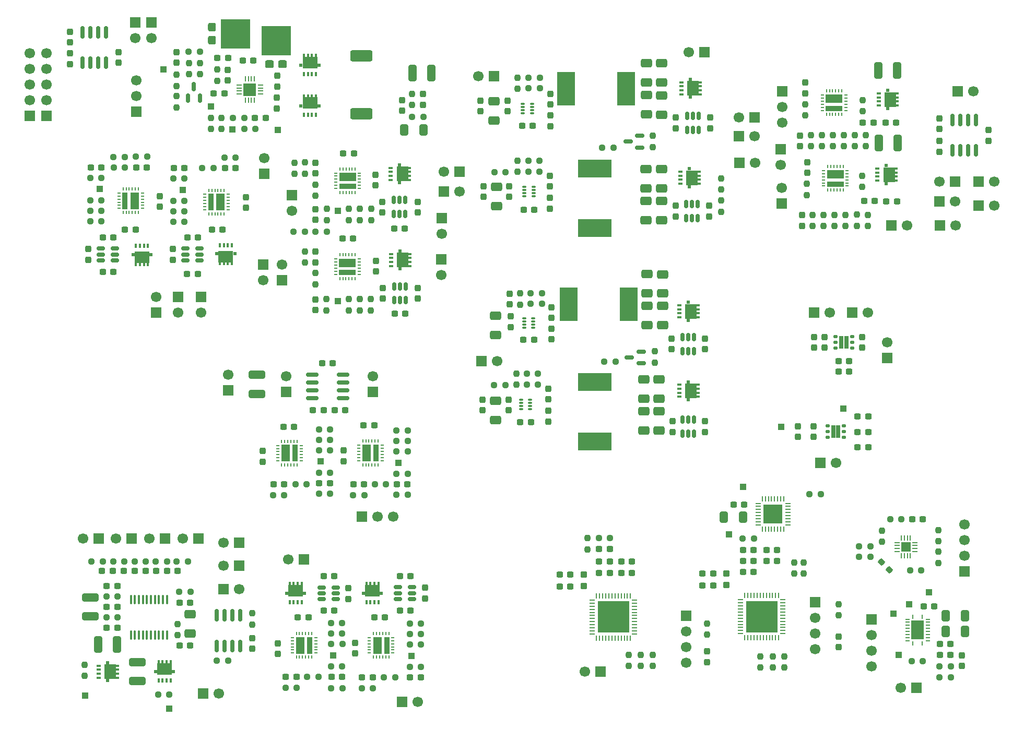
<source format=gts>
%TF.GenerationSoftware,KiCad,Pcbnew,9.0.4*%
%TF.CreationDate,2026-02-17T14:13:00+01:00*%
%TF.ProjectId,TEST_PCB,54455354-5f50-4434-922e-6b696361645f,rev?*%
%TF.SameCoordinates,Original*%
%TF.FileFunction,Soldermask,Top*%
%TF.FilePolarity,Negative*%
%FSLAX46Y46*%
G04 Gerber Fmt 4.6, Leading zero omitted, Abs format (unit mm)*
G04 Created by KiCad (PCBNEW 9.0.4) date 2026-02-17 14:13:00*
%MOMM*%
%LPD*%
G01*
G04 APERTURE LIST*
G04 Aperture macros list*
%AMRoundRect*
0 Rectangle with rounded corners*
0 $1 Rounding radius*
0 $2 $3 $4 $5 $6 $7 $8 $9 X,Y pos of 4 corners*
0 Add a 4 corners polygon primitive as box body*
4,1,4,$2,$3,$4,$5,$6,$7,$8,$9,$2,$3,0*
0 Add four circle primitives for the rounded corners*
1,1,$1+$1,$2,$3*
1,1,$1+$1,$4,$5*
1,1,$1+$1,$6,$7*
1,1,$1+$1,$8,$9*
0 Add four rect primitives between the rounded corners*
20,1,$1+$1,$2,$3,$4,$5,0*
20,1,$1+$1,$4,$5,$6,$7,0*
20,1,$1+$1,$6,$7,$8,$9,0*
20,1,$1+$1,$8,$9,$2,$3,0*%
G04 Aperture macros list end*
%ADD10RoundRect,0.237500X0.250000X0.237500X-0.250000X0.237500X-0.250000X-0.237500X0.250000X-0.237500X0*%
%ADD11C,1.700000*%
%ADD12R,1.700000X1.700000*%
%ADD13RoundRect,0.237500X-0.237500X0.250000X-0.237500X-0.250000X0.237500X-0.250000X0.237500X0.250000X0*%
%ADD14RoundRect,0.237500X0.237500X-0.250000X0.237500X0.250000X-0.237500X0.250000X-0.237500X-0.250000X0*%
%ADD15RoundRect,0.237500X-0.250000X-0.237500X0.250000X-0.237500X0.250000X0.237500X-0.250000X0.237500X0*%
%ADD16RoundRect,0.237500X0.344715X-0.008839X-0.008839X0.344715X-0.344715X0.008839X0.008839X-0.344715X0*%
%ADD17R,0.570000X0.550000*%
%ADD18R,0.500000X0.420000*%
%ADD19R,1.830000X2.370000*%
%ADD20R,0.660000X0.420000*%
%ADD21R,0.550000X0.570000*%
%ADD22R,0.420000X0.500000*%
%ADD23R,2.370000X1.830000*%
%ADD24R,0.420000X0.660000*%
%ADD25RoundRect,0.150000X0.587500X0.150000X-0.587500X0.150000X-0.587500X-0.150000X0.587500X-0.150000X0*%
%ADD26RoundRect,0.150000X0.150000X-0.587500X0.150000X0.587500X-0.150000X0.587500X-0.150000X-0.587500X0*%
%ADD27RoundRect,0.062500X-0.375000X-0.062500X0.375000X-0.062500X0.375000X0.062500X-0.375000X0.062500X0*%
%ADD28RoundRect,0.062500X-0.062500X-0.375000X0.062500X-0.375000X0.062500X0.375000X-0.062500X0.375000X0*%
%ADD29R,1.600000X1.600000*%
%ADD30R,5.150000X5.150000*%
%ADD31RoundRect,0.317500X0.317500X-0.382500X0.317500X0.382500X-0.317500X0.382500X-0.317500X-0.382500X0*%
%ADD32R,4.720000X4.800000*%
%ADD33R,1.000000X1.000000*%
%ADD34RoundRect,0.237500X0.300000X0.237500X-0.300000X0.237500X-0.300000X-0.237500X0.300000X-0.237500X0*%
%ADD35RoundRect,0.237500X-0.237500X0.300000X-0.237500X-0.300000X0.237500X-0.300000X0.237500X0.300000X0*%
%ADD36RoundRect,0.237500X-0.300000X-0.237500X0.300000X-0.237500X0.300000X0.237500X-0.300000X0.237500X0*%
%ADD37RoundRect,0.150000X0.150000X-0.512500X0.150000X0.512500X-0.150000X0.512500X-0.150000X-0.512500X0*%
%ADD38R,0.575000X0.240000*%
%ADD39R,0.240000X0.575000*%
%ADD40R,2.700000X1.450000*%
%ADD41R,2.700000X0.850000*%
%ADD42RoundRect,0.237500X0.237500X-0.300000X0.237500X0.300000X-0.237500X0.300000X-0.237500X-0.300000X0*%
%ADD43RoundRect,0.250000X-0.650000X0.412500X-0.650000X-0.412500X0.650000X-0.412500X0.650000X0.412500X0*%
%ADD44R,1.450000X2.700000*%
%ADD45R,0.850000X2.700000*%
%ADD46R,5.400000X2.900000*%
%ADD47RoundRect,0.150000X0.150000X-0.825000X0.150000X0.825000X-0.150000X0.825000X-0.150000X-0.825000X0*%
%ADD48RoundRect,0.150000X0.825000X0.150000X-0.825000X0.150000X-0.825000X-0.150000X0.825000X-0.150000X0*%
%ADD49RoundRect,0.150000X-0.512500X-0.150000X0.512500X-0.150000X0.512500X0.150000X-0.512500X0.150000X0*%
%ADD50RoundRect,0.250000X-0.412500X-0.650000X0.412500X-0.650000X0.412500X0.650000X-0.412500X0.650000X0*%
%ADD51RoundRect,0.250000X0.650000X-0.412500X0.650000X0.412500X-0.650000X0.412500X-0.650000X-0.412500X0*%
%ADD52RoundRect,0.150000X0.512500X0.150000X-0.512500X0.150000X-0.512500X-0.150000X0.512500X-0.150000X0*%
%ADD53RoundRect,0.050000X-0.285000X-0.100000X0.285000X-0.100000X0.285000X0.100000X-0.285000X0.100000X0*%
%ADD54RoundRect,0.250000X-0.400000X-1.075000X0.400000X-1.075000X0.400000X1.075000X-0.400000X1.075000X0*%
%ADD55RoundRect,0.250000X0.412500X0.650000X-0.412500X0.650000X-0.412500X-0.650000X0.412500X-0.650000X0*%
%ADD56R,2.900000X5.400000*%
%ADD57RoundRect,0.249999X1.530001X-0.640001X1.530001X0.640001X-1.530001X0.640001X-1.530001X-0.640001X0*%
%ADD58RoundRect,0.050000X0.070000X-0.250000X0.070000X0.250000X-0.070000X0.250000X-0.070000X-0.250000X0*%
%ADD59RoundRect,0.050000X-0.250000X-0.070000X0.250000X-0.070000X0.250000X0.070000X-0.250000X0.070000X0*%
%ADD60RoundRect,0.050000X-0.975000X-1.475000X0.975000X-1.475000X0.975000X1.475000X-0.975000X1.475000X0*%
%ADD61RoundRect,0.250000X0.300000X-0.275000X0.300000X0.275000X-0.300000X0.275000X-0.300000X-0.275000X0*%
%ADD62RoundRect,0.100000X0.100000X-0.637500X0.100000X0.637500X-0.100000X0.637500X-0.100000X-0.637500X0*%
%ADD63RoundRect,0.250000X-1.075000X0.400000X-1.075000X-0.400000X1.075000X-0.400000X1.075000X0.400000X0*%
%ADD64RoundRect,0.112500X-0.202500X-0.112500X0.202500X-0.112500X0.202500X0.112500X-0.202500X0.112500X0*%
%ADD65R,0.800000X1.050000*%
%ADD66R,4.800000X4.720000*%
%ADD67RoundRect,0.317500X0.382500X0.317500X-0.382500X0.317500X-0.382500X-0.317500X0.382500X-0.317500X0*%
%ADD68RoundRect,0.062500X0.062500X-0.350000X0.062500X0.350000X-0.062500X0.350000X-0.062500X-0.350000X0*%
%ADD69RoundRect,0.062500X0.350000X-0.062500X0.350000X0.062500X-0.350000X0.062500X-0.350000X-0.062500X0*%
%ADD70R,3.100000X3.100000*%
%ADD71RoundRect,0.062500X-0.365000X-0.062500X0.365000X-0.062500X0.365000X0.062500X-0.365000X0.062500X0*%
%ADD72RoundRect,0.062500X-0.062500X-0.365000X0.062500X-0.365000X0.062500X0.365000X-0.062500X0.365000X0*%
%ADD73R,2.140000X2.140000*%
%ADD74RoundRect,0.250000X0.400000X1.075000X-0.400000X1.075000X-0.400000X-1.075000X0.400000X-1.075000X0*%
G04 APERTURE END LIST*
D10*
%TO.C,R104*%
X95987500Y-74800000D03*
X97812500Y-74800000D03*
%TD*%
D11*
%TO.C,J119*%
X95700000Y-71365000D03*
D12*
X95700000Y-68825000D03*
%TD*%
D13*
%TO.C,R103*%
X96100000Y-65412500D03*
X96100000Y-63587500D03*
%TD*%
D12*
%TO.C,J118*%
X192200000Y-95300000D03*
D11*
X192200000Y-92760000D03*
%TD*%
D14*
%TO.C,R406*%
X200550000Y-128512500D03*
X200550000Y-126687500D03*
%TD*%
%TO.C,R405*%
X200550000Y-125012500D03*
X200550000Y-123187500D03*
%TD*%
D15*
%TO.C,R404*%
X195937500Y-129750000D03*
X197762500Y-129750000D03*
%TD*%
%TO.C,R402*%
X192737500Y-121450000D03*
X194562500Y-121450000D03*
%TD*%
D16*
%TO.C,R401*%
X192595235Y-129645235D03*
X191304765Y-128354765D03*
%TD*%
D15*
%TO.C,JP402*%
X187687500Y-127500000D03*
X189512500Y-127500000D03*
%TD*%
%TO.C,JP401*%
X187687500Y-125850000D03*
X189512500Y-125850000D03*
%TD*%
D14*
%TO.C,R403*%
X191350000Y-123287500D03*
X191350000Y-125112500D03*
%TD*%
D17*
%TO.C,Q1203*%
X160133503Y-64563000D03*
D18*
X161733503Y-65046000D03*
X161733503Y-65696000D03*
D19*
X160583503Y-66021000D03*
D18*
X161733503Y-66346000D03*
X161733503Y-66996000D03*
D17*
X160133503Y-67479000D03*
D20*
X158698503Y-66996000D03*
X158698503Y-65046000D03*
X158698503Y-65696000D03*
X158698503Y-66346000D03*
%TD*%
D17*
%TO.C,Q901*%
X65837500Y-144717001D03*
D18*
X67437500Y-145200001D03*
X67437500Y-145850001D03*
D19*
X66287500Y-146175001D03*
D18*
X67437500Y-146500001D03*
X67437500Y-147150001D03*
D17*
X65837500Y-147633001D03*
D20*
X64402500Y-147150001D03*
X64402500Y-145200001D03*
X64402500Y-145850001D03*
X64402500Y-146500001D03*
%TD*%
D21*
%TO.C,Q902*%
X73604499Y-146150001D03*
D22*
X74087499Y-144550001D03*
X74737499Y-144550001D03*
D23*
X75062499Y-145700001D03*
D22*
X75387499Y-144550001D03*
X76037499Y-144550001D03*
D21*
X76520499Y-146150001D03*
D24*
X76037499Y-147585001D03*
X74087499Y-147585001D03*
X74737499Y-147585001D03*
X75387499Y-147585001D03*
%TD*%
D21*
%TO.C,Q202*%
X97192000Y-47788000D03*
D22*
X97675000Y-46188000D03*
X98325000Y-46188000D03*
D23*
X98650000Y-47338000D03*
D22*
X98975000Y-46188000D03*
X99625000Y-46188000D03*
D21*
X100108000Y-47788000D03*
D24*
X99625000Y-49223000D03*
X97675000Y-49223000D03*
X98325000Y-49223000D03*
X98975000Y-49223000D03*
%TD*%
D21*
%TO.C,Q1701*%
X86463501Y-78375000D03*
D22*
X85980501Y-79975000D03*
X85330501Y-79975000D03*
D23*
X85005501Y-78825000D03*
D22*
X84680501Y-79975000D03*
X84030501Y-79975000D03*
D21*
X83547501Y-78375000D03*
D24*
X84030501Y-76940000D03*
X85980501Y-76940000D03*
X85330501Y-76940000D03*
X84680501Y-76940000D03*
%TD*%
D17*
%TO.C,Q302*%
X159968750Y-86242000D03*
D18*
X161568750Y-86725000D03*
X161568750Y-87375000D03*
D19*
X160418750Y-87700000D03*
D18*
X161568750Y-88025000D03*
X161568750Y-88675000D03*
D17*
X159968750Y-89158000D03*
D20*
X158533750Y-88675000D03*
X158533750Y-86725000D03*
X158533750Y-87375000D03*
X158533750Y-88025000D03*
%TD*%
D17*
%TO.C,Q1501*%
X192284752Y-51863000D03*
D18*
X193884752Y-52346000D03*
X193884752Y-52996000D03*
D19*
X192734752Y-53321000D03*
D18*
X193884752Y-53646000D03*
X193884752Y-54296000D03*
D17*
X192284752Y-54779000D03*
D20*
X190849752Y-54296000D03*
X190849752Y-52346000D03*
X190849752Y-52996000D03*
X190849752Y-53646000D03*
%TD*%
D17*
%TO.C,Q1502*%
X192100000Y-64063000D03*
D18*
X193700000Y-64546000D03*
X193700000Y-65196000D03*
D19*
X192550000Y-65521000D03*
D18*
X193700000Y-65846000D03*
X193700000Y-66496000D03*
D17*
X192100000Y-66979000D03*
D20*
X190665000Y-66496000D03*
X190665000Y-64546000D03*
X190665000Y-65196000D03*
X190665000Y-65846000D03*
%TD*%
D21*
%TO.C,Q601*%
X94871500Y-133488001D03*
D22*
X95354500Y-131888001D03*
X96004500Y-131888001D03*
D23*
X96329500Y-133038001D03*
D22*
X96654500Y-131888001D03*
X97304500Y-131888001D03*
D21*
X97787500Y-133488001D03*
D24*
X97304500Y-134923001D03*
X95354500Y-134923001D03*
X96004500Y-134923001D03*
X96654500Y-134923001D03*
%TD*%
D17*
%TO.C,Q1202*%
X160284752Y-50055000D03*
D18*
X161884752Y-50538000D03*
X161884752Y-51188000D03*
D19*
X160734752Y-51513000D03*
D18*
X161884752Y-51838000D03*
X161884752Y-52488000D03*
D17*
X160284752Y-52971000D03*
D20*
X158849752Y-52488000D03*
X158849752Y-50538000D03*
X158849752Y-51188000D03*
X158849752Y-51838000D03*
%TD*%
D21*
%TO.C,Q203*%
X97192000Y-54350000D03*
D22*
X97675000Y-52750000D03*
X98325000Y-52750000D03*
D23*
X98650000Y-53900000D03*
D22*
X98975000Y-52750000D03*
X99625000Y-52750000D03*
D21*
X100108000Y-54350000D03*
D24*
X99625000Y-55785000D03*
X97675000Y-55785000D03*
X98325000Y-55785000D03*
X98975000Y-55785000D03*
%TD*%
D21*
%TO.C,Q1702*%
X72863501Y-78475000D03*
D22*
X72380501Y-80075000D03*
X71730501Y-80075000D03*
D23*
X71405501Y-78925000D03*
D22*
X71080501Y-80075000D03*
X70430501Y-80075000D03*
D21*
X69947501Y-78475000D03*
D24*
X70430501Y-77040000D03*
X72380501Y-77040000D03*
X71730501Y-77040000D03*
X71080501Y-77040000D03*
%TD*%
D17*
%TO.C,Q1101*%
X113180501Y-63935499D03*
D18*
X114780501Y-64418499D03*
X114780501Y-65068499D03*
D19*
X113630501Y-65393499D03*
D18*
X114780501Y-65718499D03*
X114780501Y-66368499D03*
D17*
X113180501Y-66851499D03*
D20*
X111745501Y-66368499D03*
X111745501Y-64418499D03*
X111745501Y-65068499D03*
X111745501Y-65718499D03*
%TD*%
D21*
%TO.C,Q602*%
X107321500Y-133475001D03*
D22*
X107804500Y-131875001D03*
X108454500Y-131875001D03*
D23*
X108779500Y-133025001D03*
D22*
X109104500Y-131875001D03*
X109754500Y-131875001D03*
D21*
X110237500Y-133475001D03*
D24*
X109754500Y-134910001D03*
X107804500Y-134910001D03*
X108454500Y-134910001D03*
X109104500Y-134910001D03*
%TD*%
D17*
%TO.C,Q303*%
X159968750Y-99142000D03*
D18*
X161568750Y-99625000D03*
X161568750Y-100275000D03*
D19*
X160418750Y-100600000D03*
D18*
X161568750Y-100925000D03*
X161568750Y-101575000D03*
D17*
X159968750Y-102058000D03*
D20*
X158533750Y-101575000D03*
X158533750Y-99625000D03*
X158533750Y-100275000D03*
X158533750Y-100925000D03*
%TD*%
D17*
%TO.C,Q1102*%
X113248001Y-77915499D03*
D18*
X114848001Y-78398499D03*
X114848001Y-79048499D03*
D19*
X113698001Y-79373499D03*
D18*
X114848001Y-79698499D03*
X114848001Y-80348499D03*
D17*
X113248001Y-80831499D03*
D20*
X111813001Y-80348499D03*
X111813001Y-78398499D03*
X111813001Y-79048499D03*
X111813001Y-79698499D03*
%TD*%
D25*
%TO.C,Q301*%
X152325001Y-96150000D03*
X152325001Y-94250000D03*
X150450000Y-95200000D03*
%TD*%
%TO.C,Q1201*%
X152137500Y-61112500D03*
X152137500Y-59212500D03*
X150262499Y-60162500D03*
%TD*%
D26*
%TO.C,Q201*%
X78887500Y-53087500D03*
X80787500Y-53087500D03*
X79837500Y-51212499D03*
%TD*%
D27*
%TO.C,U401*%
X193812500Y-125200000D03*
X193812500Y-125700000D03*
X193812500Y-126200000D03*
X193812500Y-126700000D03*
D28*
X194500000Y-127387500D03*
X195000000Y-127387500D03*
X195500000Y-127387500D03*
X196000000Y-127387500D03*
D27*
X196687500Y-126700000D03*
X196687500Y-126200000D03*
X196687500Y-125700000D03*
X196687500Y-125200000D03*
D28*
X196000000Y-124512500D03*
X195500000Y-124512500D03*
X195000000Y-124512500D03*
X194500000Y-124512500D03*
D29*
X195250000Y-125950000D03*
%TD*%
D27*
%TO.C,U1304*%
X168462500Y-134500000D03*
X168462500Y-135000000D03*
X168462500Y-135500000D03*
X168462500Y-136000000D03*
X168462500Y-136500000D03*
X168462500Y-137000000D03*
X168462500Y-137500000D03*
X168462500Y-138000000D03*
X168462500Y-138500000D03*
X168462500Y-139000000D03*
X168462500Y-139500000D03*
X168462500Y-140000000D03*
D28*
X169150000Y-140687500D03*
X169650000Y-140687500D03*
X170150000Y-140687500D03*
X170650000Y-140687500D03*
X171150000Y-140687500D03*
X171650000Y-140687500D03*
X172150000Y-140687500D03*
X172650000Y-140687500D03*
X173150000Y-140687500D03*
X173650000Y-140687500D03*
X174150000Y-140687500D03*
X174650000Y-140687500D03*
D27*
X175337500Y-140000000D03*
X175337500Y-139500000D03*
X175337500Y-139000000D03*
X175337500Y-138500000D03*
X175337500Y-138000000D03*
X175337500Y-137500000D03*
X175337500Y-137000000D03*
X175337500Y-136500000D03*
X175337500Y-136000000D03*
X175337500Y-135500000D03*
X175337500Y-135000000D03*
X175337500Y-134500000D03*
D28*
X174650000Y-133812500D03*
X174150000Y-133812500D03*
X173650000Y-133812500D03*
X173150000Y-133812500D03*
X172650000Y-133812500D03*
X172150000Y-133812500D03*
X171650000Y-133812500D03*
X171150000Y-133812500D03*
X170650000Y-133812500D03*
X170150000Y-133812500D03*
X169650000Y-133812500D03*
X169150000Y-133812500D03*
D30*
X171900000Y-137250000D03*
%TD*%
D27*
%TO.C,U1305*%
X144425000Y-134550000D03*
X144425000Y-135050000D03*
X144425000Y-135550000D03*
X144425000Y-136050000D03*
X144425000Y-136550000D03*
X144425000Y-137050000D03*
X144425000Y-137550000D03*
X144425000Y-138050000D03*
X144425000Y-138550000D03*
X144425000Y-139050000D03*
X144425000Y-139550000D03*
X144425000Y-140050000D03*
D28*
X145112500Y-140737500D03*
X145612500Y-140737500D03*
X146112500Y-140737500D03*
X146612500Y-140737500D03*
X147112500Y-140737500D03*
X147612500Y-140737500D03*
X148112500Y-140737500D03*
X148612500Y-140737500D03*
X149112500Y-140737500D03*
X149612500Y-140737500D03*
X150112500Y-140737500D03*
X150612500Y-140737500D03*
D27*
X151300000Y-140050000D03*
X151300000Y-139550000D03*
X151300000Y-139050000D03*
X151300000Y-138550000D03*
X151300000Y-138050000D03*
X151300000Y-137550000D03*
X151300000Y-137050000D03*
X151300000Y-136550000D03*
X151300000Y-136050000D03*
X151300000Y-135550000D03*
X151300000Y-135050000D03*
X151300000Y-134550000D03*
D28*
X150612500Y-133862500D03*
X150112500Y-133862500D03*
X149612500Y-133862500D03*
X149112500Y-133862500D03*
X148612500Y-133862500D03*
X148112500Y-133862500D03*
X147612500Y-133862500D03*
X147112500Y-133862500D03*
X146612500Y-133862500D03*
X146112500Y-133862500D03*
X145612500Y-133862500D03*
X145112500Y-133862500D03*
D30*
X147862500Y-137300000D03*
%TD*%
D31*
%TO.C,D201*%
X82735000Y-41610000D03*
X82735000Y-43690000D03*
D32*
X86540000Y-42650000D03*
%TD*%
D33*
%TO.C,TP2002*%
X102387500Y-143488001D03*
%TD*%
%TO.C,TP1303*%
X166550000Y-123850000D03*
%TD*%
D12*
%TO.C,J132*%
X204775000Y-129875002D03*
D11*
X204775000Y-127335002D03*
X204775000Y-124795003D03*
X204775000Y-122255002D03*
%TD*%
D34*
%TO.C,C701*%
X104362501Y-103700251D03*
X102637499Y-103700251D03*
%TD*%
D35*
%TO.C,C1403*%
X200684752Y-56391000D03*
X200684752Y-58116002D03*
%TD*%
D36*
%TO.C,C1903*%
X100137499Y-115562501D03*
X101862501Y-115562501D03*
%TD*%
D12*
%TO.C,J124*%
X119918501Y-79305500D03*
D11*
X119918501Y-81845500D03*
%TD*%
D33*
%TO.C,TP2001*%
X103150000Y-71400000D03*
%TD*%
D12*
%TO.C,J112*%
X81000000Y-85350000D03*
D11*
X81000000Y-87890000D03*
%TD*%
D15*
%TO.C,R213*%
X115187500Y-56112498D03*
X117012500Y-56112498D03*
%TD*%
D37*
%TO.C,U1102*%
X112298003Y-85910999D03*
X113248002Y-85910999D03*
X114198001Y-85910999D03*
X114198001Y-83635999D03*
X113248002Y-83635999D03*
X112298003Y-83635999D03*
%TD*%
D34*
%TO.C,C1703*%
X80468003Y-75675000D03*
X78743001Y-75675000D03*
%TD*%
D12*
%TO.C,BT903*%
X69750000Y-124575000D03*
D11*
X67210000Y-124575000D03*
%TD*%
D12*
%TO.C,J105*%
X113550000Y-151050000D03*
D11*
X116090000Y-151050000D03*
%TD*%
D12*
%TO.C,J135*%
X200750000Y-73725000D03*
D11*
X203290000Y-73725000D03*
%TD*%
D38*
%TO.C,IC1502*%
X181921752Y-64871000D03*
X181921752Y-65371000D03*
X181921752Y-65871000D03*
X181921752Y-66371000D03*
X181921752Y-66871000D03*
X181921752Y-67371000D03*
D39*
X182584752Y-68034000D03*
X183084752Y-68034000D03*
X183584752Y-68034000D03*
X184084752Y-68034000D03*
X184584752Y-68034000D03*
X185084752Y-68034000D03*
D38*
X185747752Y-67371000D03*
X185747752Y-66871000D03*
X185747752Y-66371000D03*
X185747752Y-65871000D03*
X185747752Y-65371000D03*
X185747752Y-64871000D03*
D39*
X185084752Y-64208000D03*
X184584752Y-64208000D03*
X184084752Y-64208000D03*
X183584752Y-64208000D03*
X183084752Y-64208000D03*
X182584752Y-64208000D03*
D40*
X183834752Y-65496000D03*
D41*
X183834752Y-67046000D03*
%TD*%
D14*
%TO.C,R1504*%
X179234752Y-68833500D03*
X179234752Y-67008500D03*
%TD*%
D15*
%TO.C,R2013*%
X98187500Y-146988001D03*
X100012500Y-146988001D03*
%TD*%
%TO.C,R2015*%
X102062500Y-139988001D03*
X103887500Y-139988001D03*
%TD*%
D34*
%TO.C,C1805*%
X84468002Y-74475000D03*
X82743000Y-74475000D03*
%TD*%
D12*
%TO.C,J137*%
X203284752Y-66671000D03*
D11*
X200744752Y-66671000D03*
%TD*%
D14*
%TO.C,R1506*%
X189084752Y-73858500D03*
X189084752Y-72033500D03*
%TD*%
D33*
%TO.C,TP1302*%
X168880000Y-116180000D03*
%TD*%
D35*
%TO.C,C1205*%
X126250000Y-53537499D03*
X126250000Y-55262501D03*
%TD*%
D42*
%TO.C,C1602*%
X67647500Y-47350000D03*
X67647500Y-45624998D03*
%TD*%
D34*
%TO.C,C311*%
X134981251Y-92300000D03*
X133256249Y-92300000D03*
%TD*%
D36*
%TO.C,C2009*%
X94737499Y-146988001D03*
X96462501Y-146988001D03*
%TD*%
D12*
%TO.C,J122*%
X119975000Y-72600000D03*
D11*
X119975000Y-75140000D03*
%TD*%
D14*
%TO.C,R_TX_1301*%
X171700000Y-145512500D03*
X171700000Y-143687500D03*
%TD*%
D12*
%TO.C,J125*%
X122925000Y-65050000D03*
D11*
X120385000Y-65050000D03*
%TD*%
D43*
%TO.C,C304*%
X128700000Y-102187500D03*
X128700000Y-105312500D03*
%TD*%
D12*
%TO.C,J131*%
X189725000Y-137720001D03*
D11*
X189725000Y-140260001D03*
X189725000Y-142800000D03*
X189725000Y-145340001D03*
%TD*%
D36*
%TO.C,C1316*%
X172675000Y-126400000D03*
X174400000Y-126400000D03*
%TD*%
D34*
%TO.C,C1705*%
X66768002Y-75675000D03*
X65043000Y-75675000D03*
%TD*%
D12*
%TO.C,J1302*%
X180562500Y-134900000D03*
D11*
X180562500Y-137440000D03*
X180562500Y-139980000D03*
X180562500Y-142520000D03*
%TD*%
D34*
%TO.C,C312*%
X134481251Y-105700000D03*
X132756249Y-105700000D03*
%TD*%
D14*
%TO.C,R1305*%
X178732752Y-130245768D03*
X178732752Y-128420768D03*
%TD*%
D34*
%TO.C,C1102*%
X114110502Y-88073499D03*
X112385500Y-88073499D03*
%TD*%
D38*
%TO.C,IC1501*%
X181721752Y-52596000D03*
X181721752Y-53096000D03*
X181721752Y-53596000D03*
X181721752Y-54096000D03*
X181721752Y-54596000D03*
X181721752Y-55096000D03*
D39*
X182384752Y-55759000D03*
X182884752Y-55759000D03*
X183384752Y-55759000D03*
X183884752Y-55759000D03*
X184384752Y-55759000D03*
X184884752Y-55759000D03*
D38*
X185547752Y-55096000D03*
X185547752Y-54596000D03*
X185547752Y-54096000D03*
X185547752Y-53596000D03*
X185547752Y-53096000D03*
X185547752Y-52596000D03*
D39*
X184884752Y-51933000D03*
X184384752Y-51933000D03*
X183884752Y-51933000D03*
X183384752Y-51933000D03*
X182884752Y-51933000D03*
X182384752Y-51933000D03*
D40*
X183634752Y-53221000D03*
D41*
X183634752Y-54771000D03*
%TD*%
D15*
%TO.C,R1909*%
X100087500Y-106862501D03*
X101912500Y-106862501D03*
%TD*%
D34*
%TO.C,C1806*%
X70368002Y-74475000D03*
X68643000Y-74475000D03*
%TD*%
D39*
%TO.C,IC2004*%
X108937500Y-143801001D03*
X109437500Y-143801001D03*
X109937500Y-143801001D03*
X110437500Y-143801001D03*
X110937500Y-143801001D03*
X111437500Y-143801001D03*
D38*
X112099500Y-143138001D03*
X112099500Y-142638001D03*
X112099500Y-142138001D03*
X112099500Y-141638001D03*
X112099500Y-141138001D03*
X112099500Y-140638001D03*
D39*
X111437500Y-139975001D03*
X110937500Y-139975001D03*
X110437500Y-139975001D03*
X109937500Y-139975001D03*
X109437500Y-139975001D03*
X108937500Y-139975001D03*
D38*
X108275500Y-140638001D03*
X108275500Y-141138001D03*
X108275500Y-141638001D03*
X108275500Y-142138001D03*
X108275500Y-142638001D03*
X108275500Y-143138001D03*
D44*
X109562500Y-141888001D03*
D45*
X111112500Y-141888001D03*
%TD*%
D35*
%TO.C,C306*%
X126600000Y-102037499D03*
X126600000Y-103762501D03*
%TD*%
D33*
%TO.C,TP1902*%
X103130501Y-86056000D03*
%TD*%
D46*
%TO.C,L1101*%
X144850000Y-74200000D03*
X144850000Y-64500000D03*
%TD*%
D15*
%TO.C,R1908*%
X112687500Y-114062501D03*
X114512500Y-114062501D03*
%TD*%
%TO.C,R902*%
X77025000Y-128250001D03*
X78850000Y-128250001D03*
%TD*%
D35*
%TO.C,C1221*%
X157934752Y-56250499D03*
X157934752Y-57975501D03*
%TD*%
D42*
%TO.C,C1401*%
X200684752Y-61816001D03*
X200684752Y-60090999D03*
%TD*%
D15*
%TO.C,R2022*%
X114825000Y-138375001D03*
X116650000Y-138375001D03*
%TD*%
D47*
%TO.C,U1601*%
X61777501Y-47387499D03*
X63047501Y-47387499D03*
X64317501Y-47387499D03*
X65587501Y-47387499D03*
X65587501Y-42437499D03*
X64317501Y-42437499D03*
X63047501Y-42437499D03*
X61777501Y-42437499D03*
%TD*%
D43*
%TO.C,C1218*%
X155700000Y-69787500D03*
X155700000Y-72912500D03*
%TD*%
D10*
%TO.C,R1808*%
X64855500Y-66075000D03*
X63030500Y-66075000D03*
%TD*%
%TO.C,R501*%
X85347500Y-144382501D03*
X83522500Y-144382501D03*
%TD*%
D36*
%TO.C,C607*%
X113216999Y-130625001D03*
X114942001Y-130625001D03*
%TD*%
D35*
%TO.C,C206*%
X93350000Y-49487499D03*
X93350000Y-51212501D03*
%TD*%
D33*
%TO.C,TP1301*%
X175052500Y-106432500D03*
%TD*%
D15*
%TO.C,R1907*%
X100087500Y-113862501D03*
X101912500Y-113862501D03*
%TD*%
D13*
%TO.C,R304*%
X132718750Y-84787500D03*
X132718750Y-86612500D03*
%TD*%
D48*
%TO.C,U701*%
X103975000Y-101805251D03*
X103975000Y-100535251D03*
X103975000Y-99265251D03*
X103975000Y-97995251D03*
X99025000Y-97995251D03*
X99025000Y-99265251D03*
X99025000Y-100535251D03*
X99025000Y-101805251D03*
%TD*%
D14*
%TO.C,R209*%
X84300000Y-58124998D03*
X84300000Y-56299998D03*
%TD*%
D36*
%TO.C,C1227*%
X162287500Y-130200000D03*
X164012500Y-130200000D03*
%TD*%
D33*
%TO.C,TP1802*%
X113000000Y-112262501D03*
%TD*%
D42*
%TO.C,C1501*%
X178934752Y-52321000D03*
X178934752Y-50595998D03*
%TD*%
D37*
%TO.C,U1204*%
X159600001Y-72587500D03*
X160550000Y-72587500D03*
X161499999Y-72587500D03*
X161499999Y-70312500D03*
X160550000Y-70312500D03*
X159600001Y-70312500D03*
%TD*%
D34*
%TO.C,C1804*%
X64805501Y-64375000D03*
X63080499Y-64375000D03*
%TD*%
D49*
%TO.C,U1702*%
X64768001Y-77525001D03*
X64768001Y-78475000D03*
X64768001Y-79424999D03*
X67043001Y-79424999D03*
X67043001Y-78475000D03*
X67043001Y-77525001D03*
%TD*%
D13*
%TO.C,R1510*%
X183703679Y-72046000D03*
X183703679Y-73871000D03*
%TD*%
D49*
%TO.C,U1701*%
X78468002Y-77525001D03*
X78468002Y-78475000D03*
X78468002Y-79424999D03*
X80743002Y-79424999D03*
X80743002Y-78475000D03*
X80743002Y-77525001D03*
%TD*%
D36*
%TO.C,C1904*%
X112737499Y-115762501D03*
X114462501Y-115762501D03*
%TD*%
D12*
%TO.C,J140*%
X145750000Y-146125000D03*
D11*
X143210000Y-146125000D03*
%TD*%
D50*
%TO.C,C1304*%
X165775000Y-121100000D03*
X168900000Y-121100000D03*
%TD*%
D51*
%TO.C,C314*%
X152750000Y-101862500D03*
X152750000Y-98737500D03*
%TD*%
D34*
%TO.C,C1313*%
X170562501Y-130000000D03*
X168837499Y-130000000D03*
%TD*%
D14*
%TO.C,R2011*%
X97830501Y-65362500D03*
X97830501Y-63537500D03*
%TD*%
D51*
%TO.C,C316*%
X155250000Y-101862500D03*
X155250000Y-98737500D03*
%TD*%
D13*
%TO.C,R202*%
X77000000Y-52799998D03*
X77000000Y-54624998D03*
%TD*%
D36*
%TO.C,C2012*%
X114874999Y-147075001D03*
X116600001Y-147075001D03*
%TD*%
D35*
%TO.C,C210*%
X113600000Y-53449997D03*
X113600000Y-55174999D03*
%TD*%
D34*
%TO.C,C1315*%
X147262501Y-130150000D03*
X145537499Y-130150000D03*
%TD*%
D52*
%TO.C,U601*%
X102848000Y-134422999D03*
X102848000Y-133473000D03*
X102848000Y-132523001D03*
X100573000Y-132523001D03*
X100573000Y-133473000D03*
X100573000Y-134422999D03*
%TD*%
D12*
%TO.C,J901*%
X84650000Y-132750000D03*
D11*
X87190000Y-132750000D03*
%TD*%
D42*
%TO.C,C1502*%
X179249752Y-65208501D03*
X179249752Y-63483499D03*
%TD*%
D36*
%TO.C,C1902*%
X105687499Y-115750000D03*
X107412501Y-115750000D03*
%TD*%
D33*
%TO.C,TP204*%
X93400000Y-58300000D03*
%TD*%
D53*
%TO.C,U1202*%
X133421250Y-67512502D03*
X133421250Y-68012502D03*
X133421250Y-68512502D03*
X133421250Y-69012502D03*
X134901250Y-69012502D03*
X134901250Y-68512502D03*
X134901250Y-68012502D03*
X134901250Y-67512502D03*
%TD*%
D12*
%TO.C,J1301*%
X181400000Y-112300000D03*
D11*
X183940000Y-112300000D03*
%TD*%
D42*
%TO.C,C1701*%
X76405500Y-79337501D03*
X76405500Y-77612499D03*
%TD*%
D10*
%TO.C,R1320*%
X202527500Y-147069455D03*
X200702500Y-147069455D03*
%TD*%
D36*
%TO.C,C1906*%
X107337500Y-106162501D03*
X109062502Y-106162501D03*
%TD*%
D42*
%TO.C,C308*%
X137250000Y-102000000D03*
X137250000Y-100274998D03*
%TD*%
%TO.C,C1702*%
X62705501Y-79337501D03*
X62705501Y-77612499D03*
%TD*%
D15*
%TO.C,R904*%
X70225000Y-128250001D03*
X72050000Y-128250001D03*
%TD*%
D12*
%TO.C,J114*%
X72977500Y-40800000D03*
D11*
X72977500Y-43340000D03*
%TD*%
D13*
%TO.C,R1204*%
X132301249Y-49775000D03*
X132301249Y-51600000D03*
%TD*%
D42*
%TO.C,C204*%
X85300000Y-50262501D03*
X85300000Y-48537499D03*
%TD*%
D15*
%TO.C,R1901*%
X96287500Y-115762501D03*
X98112500Y-115762501D03*
%TD*%
D10*
%TO.C,R1804*%
X64855500Y-71375000D03*
X63030500Y-71375000D03*
%TD*%
D15*
%TO.C,R1906*%
X112687500Y-110462501D03*
X114512500Y-110462501D03*
%TD*%
D53*
%TO.C,U1201*%
X133161249Y-54050000D03*
X133161249Y-54550000D03*
X133161249Y-55050000D03*
X133161249Y-55550000D03*
X134641249Y-55550000D03*
X134641249Y-55050000D03*
X134641249Y-54550000D03*
X134641249Y-54050000D03*
%TD*%
D54*
%TO.C,R914*%
X64287499Y-141750001D03*
X67387501Y-141750001D03*
%TD*%
D55*
%TO.C,C1324*%
X204870917Y-139603128D03*
X201745917Y-139603128D03*
%TD*%
D51*
%TO.C,C1216*%
X155700000Y-67712500D03*
X155700000Y-64587500D03*
%TD*%
D15*
%TO.C,R2019*%
X102062500Y-145288002D03*
X103887500Y-145288002D03*
%TD*%
D47*
%TO.C,U1401*%
X202829752Y-61596000D03*
X204099752Y-61596000D03*
X205369752Y-61596000D03*
X206639752Y-61596000D03*
X206639752Y-56646000D03*
X205369752Y-56646000D03*
X204099752Y-56646000D03*
X202829752Y-56646000D03*
%TD*%
D36*
%TO.C,C603*%
X100866999Y-136288001D03*
X102592001Y-136288001D03*
%TD*%
%TO.C,C1307*%
X187439999Y-104762500D03*
X189165001Y-104762500D03*
%TD*%
D42*
%TO.C,C1402*%
X208684752Y-60016001D03*
X208684752Y-58290999D03*
%TD*%
D56*
%TO.C,L1201*%
X140200000Y-51550000D03*
X149900000Y-51550000D03*
%TD*%
D34*
%TO.C,C1326*%
X202477501Y-143469455D03*
X200752499Y-143469455D03*
%TD*%
D35*
%TO.C,C2003*%
X99550000Y-71137499D03*
X99550000Y-72862501D03*
%TD*%
D34*
%TO.C,C901*%
X77200001Y-129850001D03*
X75474999Y-129850001D03*
%TD*%
D35*
%TO.C,C301*%
X131218750Y-88537499D03*
X131218750Y-90262501D03*
%TD*%
D12*
%TO.C,J120*%
X107050000Y-121050000D03*
D11*
X109590000Y-121050000D03*
X112129999Y-121050000D03*
%TD*%
D43*
%TO.C,C315*%
X153300000Y-86837500D03*
X153300000Y-89962500D03*
%TD*%
D10*
%TO.C,R1101*%
X101362500Y-74800000D03*
X99537500Y-74800000D03*
%TD*%
D13*
%TO.C,R_MISO_1301*%
X154200000Y-143437500D03*
X154200000Y-145262500D03*
%TD*%
D12*
%TO.C,J111*%
X87150000Y-129000000D03*
D11*
X84610000Y-129000000D03*
%TD*%
D34*
%TO.C,C911*%
X67400001Y-135650001D03*
X65674999Y-135650001D03*
%TD*%
D14*
%TO.C,R1313*%
X175600000Y-145512500D03*
X175600000Y-143687500D03*
%TD*%
D10*
%TO.C,R601*%
X103900000Y-148888001D03*
X102075000Y-148888001D03*
%TD*%
D39*
%TO.C,IC1802*%
X70838000Y-67837000D03*
X70338000Y-67837000D03*
X69838000Y-67837000D03*
X69338000Y-67837000D03*
X68838000Y-67837000D03*
X68338000Y-67837000D03*
D38*
X67676000Y-68500000D03*
X67676000Y-69000000D03*
X67676000Y-69500000D03*
X67676000Y-70000000D03*
X67676000Y-70500000D03*
X67676000Y-71000000D03*
D39*
X68338000Y-71663000D03*
X68838000Y-71663000D03*
X69338000Y-71663000D03*
X69838000Y-71663000D03*
X70338000Y-71663000D03*
X70838000Y-71663000D03*
D38*
X71500000Y-71000000D03*
X71500000Y-70500000D03*
X71500000Y-70000000D03*
X71500000Y-69500000D03*
X71500000Y-69000000D03*
X71500000Y-68500000D03*
D44*
X70213000Y-69750000D03*
D45*
X68663000Y-69750000D03*
%TD*%
D57*
%TO.C,L201*%
X107012500Y-55650000D03*
X107012500Y-46250000D03*
%TD*%
D12*
%TO.C,J148*%
X200725000Y-69850000D03*
D11*
X203265000Y-69850000D03*
%TD*%
D34*
%TO.C,C702*%
X102362501Y-96100251D03*
X100637499Y-96100251D03*
%TD*%
D15*
%TO.C,R1317*%
X168787500Y-124600000D03*
X170612500Y-124600000D03*
%TD*%
%TO.C,R903*%
X73625000Y-128250001D03*
X75450000Y-128250001D03*
%TD*%
D35*
%TO.C,C1504*%
X178400000Y-72083499D03*
X178400000Y-73808501D03*
%TD*%
D13*
%TO.C,R2001*%
X99530501Y-67143500D03*
X99530501Y-68968500D03*
%TD*%
D53*
%TO.C,U302*%
X132878750Y-102050000D03*
X132878750Y-102550000D03*
X132878750Y-103050000D03*
X132878750Y-103550000D03*
X134358750Y-103550000D03*
X134358750Y-103050000D03*
X134358750Y-102550000D03*
X134358750Y-102050000D03*
%TD*%
D36*
%TO.C,C606*%
X100866999Y-130688001D03*
X102592001Y-130688001D03*
%TD*%
%TO.C,C605*%
X113216999Y-136225001D03*
X114942001Y-136225001D03*
%TD*%
D35*
%TO.C,C205*%
X93300000Y-53037499D03*
X93300000Y-54762501D03*
%TD*%
D12*
%TO.C,J141*%
X197000000Y-148800000D03*
D11*
X194460000Y-148800000D03*
%TD*%
D13*
%TO.C,R1507*%
X185234752Y-59108500D03*
X185234752Y-60933500D03*
%TD*%
D12*
%TO.C,J136*%
X175100000Y-70200000D03*
D11*
X175100000Y-67660000D03*
%TD*%
D13*
%TO.C,R1518*%
X188200000Y-65708500D03*
X188200000Y-67533500D03*
%TD*%
D35*
%TO.C,C302*%
X130818750Y-102037499D03*
X130818750Y-103762501D03*
%TD*%
D33*
%TO.C,TP203*%
X82600000Y-54450000D03*
%TD*%
D15*
%TO.C,R1208*%
X134048750Y-63262502D03*
X135873750Y-63262502D03*
%TD*%
D35*
%TO.C,C1223*%
X163534752Y-56250499D03*
X163534752Y-57975501D03*
%TD*%
D10*
%TO.C,R908*%
X79262500Y-133200000D03*
X77437500Y-133200000D03*
%TD*%
%TO.C,R1809*%
X78318001Y-73175000D03*
X76493001Y-73175000D03*
%TD*%
%TO.C,R307*%
X136231250Y-84800000D03*
X134406250Y-84800000D03*
%TD*%
D43*
%TO.C,C1220*%
X153150000Y-69787500D03*
X153150000Y-72912500D03*
%TD*%
D51*
%TO.C,C319*%
X155850000Y-84812500D03*
X155850000Y-81687500D03*
%TD*%
D14*
%TO.C,R_RX_1301*%
X173700000Y-145512500D03*
X173700000Y-143687500D03*
%TD*%
D10*
%TO.C,R1806*%
X64855500Y-69675000D03*
X63030500Y-69675000D03*
%TD*%
D33*
%TO.C,TP1316*%
X193215000Y-136730000D03*
%TD*%
D34*
%TO.C,C203*%
X84762501Y-52312498D03*
X83037499Y-52312498D03*
%TD*%
D15*
%TO.C,R1702*%
X84768498Y-62737500D03*
X86593498Y-62737500D03*
%TD*%
D13*
%TO.C,R2005*%
X104950000Y-71087500D03*
X104950000Y-72912500D03*
%TD*%
D36*
%TO.C,C703*%
X99137499Y-103700250D03*
X100862501Y-103700250D03*
%TD*%
D12*
%TO.C,J123*%
X94750000Y-100750000D03*
D11*
X94750000Y-98210000D03*
%TD*%
D12*
%TO.C,J130*%
X175234752Y-52000000D03*
D11*
X175234752Y-54540000D03*
X175234752Y-57080000D03*
%TD*%
D35*
%TO.C,C324*%
X162668750Y-105537500D03*
X162668750Y-107262502D03*
%TD*%
D13*
%TO.C,R106*%
X165283503Y-69721000D03*
X165283503Y-71546000D03*
%TD*%
D15*
%TO.C,R205*%
X87987500Y-58112498D03*
X89812500Y-58112498D03*
%TD*%
D35*
%TO.C,C1206*%
X126750000Y-67387499D03*
X126750000Y-69112501D03*
%TD*%
D12*
%TO.C,BT904*%
X64360000Y-124575000D03*
D11*
X61820000Y-124575000D03*
%TD*%
D10*
%TO.C,R1801*%
X83018002Y-64475000D03*
X81193002Y-64475000D03*
%TD*%
D12*
%TO.C,J103*%
X53193001Y-56001002D03*
D11*
X53193001Y-53461002D03*
X53193001Y-50921003D03*
X53193001Y-48381002D03*
X53193001Y-45841002D03*
%TD*%
D12*
%TO.C,J145*%
X94150000Y-82675000D03*
D11*
X94150000Y-80135000D03*
%TD*%
D35*
%TO.C,C211*%
X117000000Y-52449997D03*
X117000000Y-54174999D03*
%TD*%
D43*
%TO.C,C1213*%
X155700000Y-52650000D03*
X155700000Y-55775000D03*
%TD*%
D12*
%TO.C,J1303*%
X159627500Y-137105000D03*
D11*
X159627500Y-139645000D03*
X159627500Y-142185000D03*
X159627500Y-144725000D03*
%TD*%
D10*
%TO.C,R1802*%
X68655500Y-64375000D03*
X66830500Y-64375000D03*
%TD*%
D13*
%TO.C,R1511*%
X179834752Y-59108500D03*
X179834752Y-60933500D03*
%TD*%
D51*
%TO.C,C910*%
X79250000Y-139962500D03*
X79250000Y-136837500D03*
%TD*%
D12*
%TO.C,BT902*%
X75150000Y-124550000D03*
D11*
X72610000Y-124550000D03*
%TD*%
D36*
%TO.C,C2013*%
X96662498Y-137388001D03*
X98387500Y-137388001D03*
%TD*%
D10*
%TO.C,R1209*%
X135873750Y-65062502D03*
X134048750Y-65062502D03*
%TD*%
D42*
%TO.C,C2016*%
X106000000Y-143212501D03*
X106000000Y-141487499D03*
%TD*%
D14*
%TO.C,R1912*%
X97800000Y-79812500D03*
X97800000Y-77987500D03*
%TD*%
D15*
%TO.C,R1318*%
X145487500Y-124450000D03*
X147312500Y-124450000D03*
%TD*%
D58*
%TO.C,U1306*%
X196425000Y-137250000D03*
D59*
X195525000Y-137650000D03*
X195525000Y-138150000D03*
X195525000Y-138650000D03*
X195525000Y-139150000D03*
X195525000Y-139650000D03*
X195525000Y-140150000D03*
X195525000Y-140650000D03*
X195525000Y-141150000D03*
D58*
X196425000Y-141550000D03*
X197925000Y-141550000D03*
D59*
X198825000Y-141150000D03*
X198825000Y-140650000D03*
X198825000Y-140150000D03*
X198825000Y-139650000D03*
X198825000Y-139150000D03*
X198825000Y-138650000D03*
X198825000Y-138150000D03*
X198825000Y-137650000D03*
D58*
X197925000Y-137250000D03*
D60*
X197175000Y-139400000D03*
%TD*%
D10*
%TO.C,R912*%
X67450001Y-137350001D03*
X65625001Y-137350001D03*
%TD*%
D13*
%TO.C,R2008*%
X101330501Y-85743500D03*
X101330501Y-87568500D03*
%TD*%
D43*
%TO.C,C318*%
X155250000Y-103887500D03*
X155250000Y-107012500D03*
%TD*%
D15*
%TO.C,R302*%
X128506250Y-99700000D03*
X130331250Y-99700000D03*
%TD*%
D61*
%TO.C,Y1201*%
X143037500Y-132275000D03*
X143037500Y-130425000D03*
%TD*%
D34*
%TO.C,C1211*%
X134763750Y-57600000D03*
X133038748Y-57600000D03*
%TD*%
D10*
%TO.C,R2012*%
X96512500Y-148788001D03*
X94687500Y-148788001D03*
%TD*%
D36*
%TO.C,C1901*%
X92737499Y-115762502D03*
X94462501Y-115762502D03*
%TD*%
D13*
%TO.C,R105*%
X165283503Y-66121000D03*
X165283503Y-67946000D03*
%TD*%
D35*
%TO.C,C2005*%
X109230501Y-65530998D03*
X109230501Y-67256000D03*
%TD*%
D33*
%TO.C,TP1317*%
X198975000Y-133300000D03*
%TD*%
D51*
%TO.C,C317*%
X153300000Y-84775001D03*
X153300000Y-81650001D03*
%TD*%
D33*
%TO.C,TP1318*%
X195815000Y-135230000D03*
%TD*%
D14*
%TO.C,R1501*%
X178934752Y-55921000D03*
X178934752Y-54096000D03*
%TD*%
D36*
%TO.C,C1308*%
X187439999Y-107272500D03*
X189165001Y-107272500D03*
%TD*%
D13*
%TO.C,R1309*%
X177150000Y-128437500D03*
X177150000Y-130262500D03*
%TD*%
D36*
%TO.C,C1505*%
X188272251Y-57121000D03*
X189997253Y-57121000D03*
%TD*%
%TO.C,C1225*%
X139125000Y-132350000D03*
X140850000Y-132350000D03*
%TD*%
D34*
%TO.C,C903*%
X70200001Y-129850002D03*
X68474999Y-129850002D03*
%TD*%
D36*
%TO.C,C2011*%
X102124999Y-146988001D03*
X103850001Y-146988001D03*
%TD*%
D62*
%TO.C,U901*%
X69612500Y-140212501D03*
X70262500Y-140212501D03*
X70912500Y-140212501D03*
X71562500Y-140212501D03*
X72212500Y-140212501D03*
X72862500Y-140212501D03*
X73512500Y-140212501D03*
X74162500Y-140212501D03*
X74812500Y-140212501D03*
X75462500Y-140212501D03*
X75462500Y-134487501D03*
X74812500Y-134487501D03*
X74162500Y-134487501D03*
X73512500Y-134487501D03*
X72862500Y-134487501D03*
X72212500Y-134487501D03*
X71562500Y-134487501D03*
X70912500Y-134487501D03*
X70262500Y-134487501D03*
X69612500Y-134487501D03*
%TD*%
D34*
%TO.C,C1101*%
X114043002Y-74293499D03*
X112318000Y-74293499D03*
%TD*%
%TO.C,C1320*%
X170562501Y-126400000D03*
X168837499Y-126400000D03*
%TD*%
D33*
%TO.C,TP2003*%
X115137500Y-143575001D03*
%TD*%
D35*
%TO.C,C1210*%
X137561250Y-69300001D03*
X137561250Y-71025003D03*
%TD*%
D15*
%TO.C,R308*%
X133806250Y-99600000D03*
X135631250Y-99600000D03*
%TD*%
D12*
%TO.C,J146*%
X120375000Y-68300000D03*
D11*
X122915000Y-68300000D03*
%TD*%
D35*
%TO.C,C2006*%
X109320798Y-79489414D03*
X109320798Y-81214416D03*
%TD*%
%TO.C,C1107*%
X116148001Y-83910998D03*
X116148001Y-85636000D03*
%TD*%
D36*
%TO.C,C1303*%
X167324998Y-119050000D03*
X169050000Y-119050000D03*
%TD*%
D10*
%TO.C,R1210*%
X181462500Y-117350000D03*
X179637500Y-117350000D03*
%TD*%
D35*
%TO.C,C1503*%
X178100000Y-59195998D03*
X178100000Y-60921000D03*
%TD*%
D42*
%TO.C,C1601*%
X59700000Y-47562501D03*
X59700000Y-45837499D03*
%TD*%
D39*
%TO.C,IC1902*%
X107200000Y-112588501D03*
X107700000Y-112588501D03*
X108200000Y-112588501D03*
X108700000Y-112588501D03*
X109200000Y-112588501D03*
X109700000Y-112588501D03*
D38*
X110362000Y-111925501D03*
X110362000Y-111425501D03*
X110362000Y-110925501D03*
X110362000Y-110425501D03*
X110362000Y-109925501D03*
X110362000Y-109425501D03*
D39*
X109700000Y-108762501D03*
X109200000Y-108762501D03*
X108700000Y-108762501D03*
X108200000Y-108762501D03*
X107700000Y-108762501D03*
X107200000Y-108762501D03*
D38*
X106538000Y-109425501D03*
X106538000Y-109925501D03*
X106538000Y-110425501D03*
X106538000Y-110925501D03*
X106538000Y-111425501D03*
X106538000Y-111925501D03*
D44*
X107825000Y-110675501D03*
D45*
X109375000Y-110675501D03*
%TD*%
D34*
%TO.C,C1801*%
X86568002Y-64475000D03*
X84843000Y-64475000D03*
%TD*%
D33*
%TO.C,TP1315*%
X194075000Y-143450000D03*
%TD*%
D12*
%TO.C,J113*%
X70277500Y-40800000D03*
D11*
X70277500Y-43340000D03*
%TD*%
D42*
%TO.C,C103*%
X188210000Y-93612501D03*
X188210000Y-91887499D03*
%TD*%
D35*
%TO.C,C1105*%
X110448002Y-83910998D03*
X110448002Y-85636000D03*
%TD*%
D38*
%TO.C,IC2001*%
X102830501Y-65256000D03*
X102830501Y-65756000D03*
X102830501Y-66256000D03*
X102830501Y-66756000D03*
X102830501Y-67256000D03*
X102830501Y-67756000D03*
D39*
X103493501Y-68418000D03*
X103993501Y-68418000D03*
X104493501Y-68418000D03*
X104993501Y-68418000D03*
X105493501Y-68418000D03*
X105993501Y-68418000D03*
D38*
X106656501Y-67756000D03*
X106656501Y-67256000D03*
X106656501Y-66756000D03*
X106656501Y-66256000D03*
X106656501Y-65756000D03*
X106656501Y-65256000D03*
D39*
X105993501Y-64594000D03*
X105493501Y-64594000D03*
X104993501Y-64594000D03*
X104493501Y-64594000D03*
X103993501Y-64594000D03*
X103493501Y-64594000D03*
D40*
X104743501Y-65881000D03*
D41*
X104743501Y-67431000D03*
%TD*%
D14*
%TO.C,R1314*%
X150300000Y-145262500D03*
X150300000Y-143437500D03*
%TD*%
D35*
%TO.C,C309*%
X137818750Y-90537499D03*
X137818750Y-92262501D03*
%TD*%
D13*
%TO.C,R1516*%
X188234752Y-53408500D03*
X188234752Y-55233500D03*
%TD*%
D12*
%TO.C,J121*%
X91225000Y-65350000D03*
D11*
X91225000Y-62810000D03*
%TD*%
D10*
%TO.C,R1911*%
X94475001Y-117500251D03*
X92650001Y-117500251D03*
%TD*%
D12*
%TO.C,J102*%
X55893001Y-56001002D03*
D11*
X55893001Y-53461002D03*
X55893001Y-50921003D03*
X55893001Y-48381002D03*
X55893001Y-45841002D03*
%TD*%
D34*
%TO.C,C904*%
X66637500Y-129850001D03*
X64912498Y-129850001D03*
%TD*%
%TO.C,C401*%
X198012501Y-121450000D03*
X196287499Y-121450000D03*
%TD*%
D13*
%TO.C,R212*%
X115200000Y-52399998D03*
X115200000Y-54224998D03*
%TD*%
D35*
%TO.C,C1209*%
X137601249Y-55937499D03*
X137601249Y-57662501D03*
%TD*%
D54*
%TO.C,R1515*%
X190784752Y-48621000D03*
X193884752Y-48621000D03*
%TD*%
D42*
%TO.C,C1207*%
X137601249Y-54162501D03*
X137601249Y-52437499D03*
%TD*%
D10*
%TO.C,R1810*%
X64855500Y-73075000D03*
X63030500Y-73075000D03*
%TD*%
D13*
%TO.C,R301*%
X154568750Y-94187500D03*
X154568750Y-96012500D03*
%TD*%
D12*
%TO.C,J109*%
X70500000Y-55300000D03*
D11*
X70500000Y-52760000D03*
X70500000Y-50220001D03*
%TD*%
D35*
%TO.C,C1603*%
X59700000Y-42324998D03*
X59700000Y-44050000D03*
%TD*%
D15*
%TO.C,R906*%
X63225000Y-128250001D03*
X65050000Y-128250001D03*
%TD*%
D55*
%TO.C,C1323*%
X204870917Y-137053128D03*
X201745917Y-137053128D03*
%TD*%
D15*
%TO.C,R1321*%
X200702500Y-145269455D03*
X202527500Y-145269455D03*
%TD*%
D37*
%TO.C,U304*%
X159050001Y-107537500D03*
X160000000Y-107537500D03*
X160949999Y-107537500D03*
X160949999Y-105262500D03*
X160000000Y-105262500D03*
X159050001Y-105262500D03*
%TD*%
D34*
%TO.C,C1706*%
X80462501Y-81600000D03*
X78737499Y-81600000D03*
%TD*%
D13*
%TO.C,R1502*%
X186984752Y-59108500D03*
X186984752Y-60933500D03*
%TD*%
D12*
%TO.C,J138*%
X192900000Y-73800000D03*
D11*
X195440000Y-73800000D03*
%TD*%
D13*
%TO.C,R201*%
X77000000Y-49299998D03*
X77000000Y-51124998D03*
%TD*%
D35*
%TO.C,C1807*%
X88250000Y-69187499D03*
X88250000Y-70912501D03*
%TD*%
D10*
%TO.C,R1807*%
X78318001Y-66175000D03*
X76493001Y-66175000D03*
%TD*%
D15*
%TO.C,R1811*%
X70430500Y-62575000D03*
X72255500Y-62575000D03*
%TD*%
D35*
%TO.C,C102*%
X182110000Y-91887499D03*
X182110000Y-93612501D03*
%TD*%
D15*
%TO.C,R306*%
X134406250Y-86500000D03*
X136231250Y-86500000D03*
%TD*%
D36*
%TO.C,C1228*%
X162287500Y-132150000D03*
X164012500Y-132150000D03*
%TD*%
%TO.C,C1506*%
X188472251Y-69821000D03*
X190197253Y-69821000D03*
%TD*%
D15*
%TO.C,R1701*%
X66787500Y-62650000D03*
X68612500Y-62650000D03*
%TD*%
D34*
%TO.C,C908*%
X67400001Y-132250001D03*
X65674999Y-132250001D03*
%TD*%
D42*
%TO.C,C1311*%
X184355000Y-142197501D03*
X184355000Y-140472499D03*
%TD*%
D36*
%TO.C,C2014*%
X109074999Y-137375001D03*
X110800001Y-137375001D03*
%TD*%
D52*
%TO.C,U602*%
X115217000Y-134375000D03*
X115217000Y-133425001D03*
X115217000Y-132475002D03*
X112942000Y-132475002D03*
X112942000Y-133425001D03*
X112942000Y-134375000D03*
%TD*%
D14*
%TO.C,R913*%
X62137499Y-146862501D03*
X62137499Y-145037501D03*
%TD*%
D33*
%TO.C,TP1306*%
X185150000Y-103500000D03*
%TD*%
D42*
%TO.C,C1208*%
X137561250Y-67425003D03*
X137561250Y-65700001D03*
%TD*%
D13*
%TO.C,R1301*%
X143600000Y-124487500D03*
X143600000Y-126312500D03*
%TD*%
%TO.C,R1509*%
X183434752Y-59108500D03*
X183434752Y-60933500D03*
%TD*%
D15*
%TO.C,R1904*%
X112687500Y-108762501D03*
X114512500Y-108762501D03*
%TD*%
D36*
%TO.C,C1905*%
X94337499Y-106462502D03*
X96062501Y-106462502D03*
%TD*%
D10*
%TO.C,R1319*%
X198027500Y-144430000D03*
X196202500Y-144430000D03*
%TD*%
%TO.C,R802*%
X101912500Y-117262501D03*
X100087500Y-117262501D03*
%TD*%
D12*
%TO.C,J116*%
X108800000Y-100800000D03*
D11*
X108800000Y-98260000D03*
%TD*%
D12*
%TO.C,J104*%
X85400000Y-100500000D03*
D11*
X85400000Y-97960000D03*
%TD*%
D34*
%TO.C,C1317*%
X170562501Y-128200000D03*
X168837499Y-128200000D03*
%TD*%
D12*
%TO.C,J115*%
X77300000Y-85325000D03*
D11*
X77300000Y-87865000D03*
%TD*%
D13*
%TO.C,R1315*%
X163000000Y-138337500D03*
X163000000Y-140162500D03*
%TD*%
D36*
%TO.C,C2010*%
X107074999Y-147075001D03*
X108800001Y-147075001D03*
%TD*%
%TO.C,C208*%
X83637500Y-46600000D03*
X85362500Y-46600000D03*
%TD*%
%TO.C,C1325*%
X198152500Y-135530000D03*
X199877500Y-135530000D03*
%TD*%
D10*
%TO.C,R309*%
X135631250Y-97800000D03*
X133806250Y-97800000D03*
%TD*%
D15*
%TO.C,R206*%
X78987500Y-45612498D03*
X80812500Y-45612498D03*
%TD*%
D43*
%TO.C,C1204*%
X128500000Y-53637500D03*
X128500000Y-56762500D03*
%TD*%
D15*
%TO.C,R909*%
X65625001Y-133950001D03*
X67450001Y-133950001D03*
%TD*%
D35*
%TO.C,C2002*%
X99530501Y-78037499D03*
X99530501Y-79762501D03*
%TD*%
D10*
%TO.C,R1207*%
X135913749Y-51487500D03*
X134088749Y-51487500D03*
%TD*%
D37*
%TO.C,U1101*%
X112230502Y-71930999D03*
X113180501Y-71930999D03*
X114130500Y-71930999D03*
X114130500Y-69655999D03*
X113180501Y-69655999D03*
X112230502Y-69655999D03*
%TD*%
D13*
%TO.C,R2002*%
X99530501Y-81487500D03*
X99530501Y-83312500D03*
%TD*%
D35*
%TO.C,C1106*%
X116080501Y-69930998D03*
X116080501Y-71656000D03*
%TD*%
D42*
%TO.C,C307*%
X137818750Y-88762501D03*
X137818750Y-87037499D03*
%TD*%
D13*
%TO.C,R203*%
X80800000Y-47399998D03*
X80800000Y-49224998D03*
%TD*%
D51*
%TO.C,C1217*%
X153200000Y-50562500D03*
X153200000Y-47437500D03*
%TD*%
D39*
%TO.C,IC1901*%
X94062000Y-112625500D03*
X94562000Y-112625500D03*
X95062000Y-112625500D03*
X95562000Y-112625500D03*
X96062000Y-112625500D03*
X96562000Y-112625500D03*
D38*
X97224000Y-111962500D03*
X97224000Y-111462500D03*
X97224000Y-110962500D03*
X97224000Y-110462500D03*
X97224000Y-109962500D03*
X97224000Y-109462500D03*
D39*
X96562000Y-108799500D03*
X96062000Y-108799500D03*
X95562000Y-108799500D03*
X95062000Y-108799500D03*
X94562000Y-108799500D03*
X94062000Y-108799500D03*
D38*
X93400000Y-109462500D03*
X93400000Y-109962500D03*
X93400000Y-110462500D03*
X93400000Y-110962500D03*
X93400000Y-111462500D03*
X93400000Y-111962500D03*
D44*
X94687000Y-110712500D03*
D45*
X96237000Y-110712500D03*
%TD*%
D38*
%TO.C,IC2002*%
X102817501Y-79206000D03*
X102817501Y-79706000D03*
X102817501Y-80206000D03*
X102817501Y-80706000D03*
X102817501Y-81206000D03*
X102817501Y-81706000D03*
D39*
X103480501Y-82368000D03*
X103980501Y-82368000D03*
X104480501Y-82368000D03*
X104980501Y-82368000D03*
X105480501Y-82368000D03*
X105980501Y-82368000D03*
D38*
X106643501Y-81706000D03*
X106643501Y-81206000D03*
X106643501Y-80706000D03*
X106643501Y-80206000D03*
X106643501Y-79706000D03*
X106643501Y-79206000D03*
D39*
X105980501Y-78544000D03*
X105480501Y-78544000D03*
X104980501Y-78544000D03*
X104480501Y-78544000D03*
X103980501Y-78544000D03*
X103480501Y-78544000D03*
D40*
X104730501Y-79831000D03*
D41*
X104730501Y-81381000D03*
%TD*%
D63*
%TO.C,R911*%
X63037499Y-134100000D03*
X63037499Y-137200002D03*
%TD*%
D34*
%TO.C,C1802*%
X72205501Y-64375000D03*
X70480499Y-64375000D03*
%TD*%
D15*
%TO.C,R1202*%
X128548750Y-65162502D03*
X130373750Y-65162502D03*
%TD*%
D33*
%TO.C,TP901*%
X62150000Y-150050000D03*
%TD*%
D14*
%TO.C,R1514*%
X181903679Y-73858500D03*
X181903679Y-72033500D03*
%TD*%
%TO.C,R210*%
X82610000Y-58112498D03*
X82610000Y-56287498D03*
%TD*%
D13*
%TO.C,R910*%
X77150000Y-138437500D03*
X77150000Y-140262500D03*
%TD*%
D12*
%TO.C,J133*%
X170734752Y-56221000D03*
D11*
X168194752Y-56221000D03*
%TD*%
D15*
%TO.C,R2017*%
X102075000Y-141688001D03*
X103900000Y-141688001D03*
%TD*%
%TO.C,R2016*%
X114825000Y-140075001D03*
X116650000Y-140075001D03*
%TD*%
D10*
%TO.C,R905*%
X68550000Y-128250001D03*
X66725000Y-128250001D03*
%TD*%
D35*
%TO.C,C321*%
X157268750Y-92137499D03*
X157268750Y-93862501D03*
%TD*%
D15*
%TO.C,R1905*%
X100087500Y-110262501D03*
X101912500Y-110262501D03*
%TD*%
D51*
%TO.C,C1219*%
X155700000Y-50562500D03*
X155700000Y-47437500D03*
%TD*%
D64*
%TO.C,U101*%
X183870000Y-91775000D03*
X183870000Y-92725000D03*
X183870000Y-93675000D03*
X186550000Y-93675000D03*
X186550000Y-92725000D03*
X186550000Y-91775000D03*
D65*
X184810000Y-92200000D03*
X184810000Y-93250000D03*
X185610000Y-92200000D03*
X185610000Y-93250000D03*
%TD*%
D34*
%TO.C,C1707*%
X66768002Y-81275000D03*
X65043000Y-81275000D03*
%TD*%
%TO.C,C902*%
X73700001Y-129850001D03*
X71974999Y-129850001D03*
%TD*%
D33*
%TO.C,TP1701*%
X64543000Y-67875000D03*
%TD*%
D54*
%TO.C,R1517*%
X190850000Y-60421000D03*
X193950000Y-60421000D03*
%TD*%
D36*
%TO.C,C1226*%
X139125000Y-130400000D03*
X140850000Y-130400000D03*
%TD*%
%TO.C,C202*%
X89737500Y-56312498D03*
X91462500Y-56312498D03*
%TD*%
D10*
%TO.C,R1812*%
X107462500Y-117500000D03*
X105637500Y-117500000D03*
%TD*%
%TO.C,R1805*%
X78318001Y-69775000D03*
X76493001Y-69775000D03*
%TD*%
D43*
%TO.C,C1215*%
X153200000Y-52637500D03*
X153200000Y-55762500D03*
%TD*%
D36*
%TO.C,C2008*%
X103937499Y-75850000D03*
X105662501Y-75850000D03*
%TD*%
D10*
%TO.C,R2023*%
X108850000Y-148875001D03*
X107025000Y-148875001D03*
%TD*%
D13*
%TO.C,R207*%
X79000000Y-47399998D03*
X79000000Y-49224998D03*
%TD*%
%TO.C,R1505*%
X187284752Y-71983500D03*
X187284752Y-73808500D03*
%TD*%
D34*
%TO.C,C909*%
X67400001Y-139050001D03*
X65674999Y-139050001D03*
%TD*%
D12*
%TO.C,J129*%
X162600000Y-45625000D03*
D11*
X160060000Y-45625000D03*
%TD*%
D12*
%TO.C,J101*%
X81350000Y-149675000D03*
D11*
X83890000Y-149675000D03*
%TD*%
D35*
%TO.C,C1222*%
X157916497Y-70587499D03*
X157916497Y-72312501D03*
%TD*%
%TO.C,C602*%
X117279500Y-132562500D03*
X117279500Y-134287502D03*
%TD*%
D34*
%TO.C,C1321*%
X147262501Y-126250000D03*
X145537499Y-126250000D03*
%TD*%
D36*
%TO.C,C1318*%
X149137499Y-128250000D03*
X150862501Y-128250000D03*
%TD*%
D42*
%TO.C,C201*%
X77000000Y-47374999D03*
X77000000Y-45649997D03*
%TD*%
D34*
%TO.C,C207*%
X89462501Y-47012498D03*
X87737499Y-47012498D03*
%TD*%
D35*
%TO.C,C1301*%
X180262500Y-106332500D03*
X180262500Y-108057502D03*
%TD*%
D33*
%TO.C,TP202*%
X74850000Y-48450000D03*
%TD*%
D66*
%TO.C,D202*%
X93150000Y-43760000D03*
D67*
X94190000Y-47565000D03*
X92110000Y-47565000D03*
%TD*%
D13*
%TO.C,R1201*%
X154247252Y-59208500D03*
X154247252Y-61033500D03*
%TD*%
D42*
%TO.C,C1310*%
X163000000Y-144612501D03*
X163000000Y-142887499D03*
%TD*%
D68*
%TO.C,U1301*%
X171980000Y-123037500D03*
X172480000Y-123037500D03*
X172980000Y-123037500D03*
X173480000Y-123037500D03*
X173980000Y-123037500D03*
X174480000Y-123037500D03*
X174980000Y-123037500D03*
X175480000Y-123037500D03*
D69*
X176167500Y-122350000D03*
X176167500Y-121850000D03*
X176167500Y-121350000D03*
X176167500Y-120850000D03*
X176167500Y-120350000D03*
X176167500Y-119850000D03*
X176167500Y-119350000D03*
X176167500Y-118850000D03*
D68*
X175480000Y-118162500D03*
X174980000Y-118162500D03*
X174480000Y-118162500D03*
X173980000Y-118162500D03*
X173480000Y-118162500D03*
X172980000Y-118162500D03*
X172480000Y-118162500D03*
X171980000Y-118162500D03*
D69*
X171292500Y-118850000D03*
X171292500Y-119350000D03*
X171292500Y-119850000D03*
X171292500Y-120350000D03*
X171292500Y-120850000D03*
X171292500Y-121350000D03*
X171292500Y-121850000D03*
X171292500Y-122350000D03*
D70*
X173730000Y-120600000D03*
%TD*%
D53*
%TO.C,U301*%
X133378750Y-88850000D03*
X133378750Y-89350000D03*
X133378750Y-89850000D03*
X133378750Y-90350000D03*
X134858750Y-90350000D03*
X134858750Y-89850000D03*
X134858750Y-89350000D03*
X134858750Y-88850000D03*
%TD*%
D63*
%TO.C,R915*%
X70637500Y-144600000D03*
X70637500Y-147700002D03*
%TD*%
D36*
%TO.C,C2007*%
X104037499Y-62050000D03*
X105762501Y-62050000D03*
%TD*%
D12*
%TO.C,J142*%
X207084752Y-66671000D03*
D11*
X209624752Y-66671000D03*
%TD*%
D13*
%TO.C,R1508*%
X185503679Y-72033500D03*
X185503679Y-73858500D03*
%TD*%
D10*
%TO.C,R1203*%
X147859752Y-61121000D03*
X146034752Y-61121000D03*
%TD*%
D33*
%TO.C,TP1901*%
X100400000Y-112062501D03*
%TD*%
D13*
%TO.C,R2009*%
X108550000Y-71087500D03*
X108550000Y-72912500D03*
%TD*%
D35*
%TO.C,C1103*%
X110380501Y-69930998D03*
X110380501Y-71656000D03*
%TD*%
D13*
%TO.C,R2004*%
X106730501Y-85743500D03*
X106730501Y-87568500D03*
%TD*%
%TO.C,R1316*%
X184355000Y-135222500D03*
X184355000Y-137047500D03*
%TD*%
D12*
%TO.C,J134*%
X175000000Y-61421000D03*
D11*
X175000000Y-63961000D03*
%TD*%
D34*
%TO.C,C104*%
X186072501Y-97450000D03*
X184347499Y-97450000D03*
%TD*%
D35*
%TO.C,C310*%
X137250000Y-103837499D03*
X137250000Y-105562501D03*
%TD*%
D14*
%TO.C,R1503*%
X188784752Y-60908500D03*
X188784752Y-59083500D03*
%TD*%
D35*
%TO.C,C2001*%
X99530501Y-63587499D03*
X99530501Y-65312501D03*
%TD*%
D34*
%TO.C,C1508*%
X193812253Y-69846000D03*
X192087251Y-69846000D03*
%TD*%
D13*
%TO.C,R1512*%
X180088679Y-72033500D03*
X180088679Y-73858500D03*
%TD*%
D47*
%TO.C,U501*%
X83497500Y-142000001D03*
X84767500Y-142000001D03*
X86037500Y-142000001D03*
X87307500Y-142000001D03*
X87307500Y-137050001D03*
X86037500Y-137050001D03*
X84767500Y-137050001D03*
X83497500Y-137050001D03*
%TD*%
D34*
%TO.C,C1803*%
X78268002Y-64475000D03*
X76543000Y-64475000D03*
%TD*%
D35*
%TO.C,C1808*%
X74300000Y-68987499D03*
X74300000Y-70712501D03*
%TD*%
D15*
%TO.C,R2014*%
X110625000Y-147075001D03*
X112450000Y-147075001D03*
%TD*%
D36*
%TO.C,C907*%
X77487499Y-135000000D03*
X79212501Y-135000000D03*
%TD*%
D33*
%TO.C,TP1801*%
X78043000Y-67975000D03*
%TD*%
D37*
%TO.C,U303*%
X159018751Y-94137500D03*
X159968750Y-94137500D03*
X160918749Y-94137500D03*
X160918749Y-91862500D03*
X159968750Y-91862500D03*
X159018751Y-91862500D03*
%TD*%
%TO.C,U1203*%
X159784753Y-58250500D03*
X160734752Y-58250500D03*
X161684751Y-58250500D03*
X161684751Y-55975500D03*
X160734752Y-55975500D03*
X159784753Y-55975500D03*
%TD*%
D43*
%TO.C,C303*%
X128750000Y-88437500D03*
X128750000Y-91562500D03*
%TD*%
D71*
%TO.C,U201*%
X87202500Y-50962498D03*
X87202500Y-51462498D03*
X87202500Y-51962498D03*
X87202500Y-52462498D03*
D72*
X88150000Y-53409998D03*
X88650000Y-53409998D03*
X89150000Y-53409998D03*
X89650000Y-53409998D03*
D71*
X90597500Y-52462498D03*
X90597500Y-51962498D03*
X90597500Y-51462498D03*
X90597500Y-50962498D03*
D72*
X89650000Y-50014998D03*
X89150000Y-50014998D03*
X88650000Y-50014998D03*
X88150000Y-50014998D03*
D73*
X88900000Y-51712498D03*
%TD*%
D35*
%TO.C,C322*%
X157400000Y-105537499D03*
X157400000Y-107262501D03*
%TD*%
D15*
%TO.C,R2020*%
X114825000Y-145375001D03*
X116650000Y-145375001D03*
%TD*%
D35*
%TO.C,C101*%
X180410000Y-91887499D03*
X180410000Y-93612501D03*
%TD*%
D13*
%TO.C,R2010*%
X108530501Y-85743500D03*
X108530501Y-87568500D03*
%TD*%
%TO.C,R2007*%
X101350000Y-71087500D03*
X101350000Y-72912500D03*
%TD*%
D35*
%TO.C,C1224*%
X163350000Y-70587499D03*
X163350000Y-72312501D03*
%TD*%
D63*
%TO.C,R101*%
X90050000Y-97999999D03*
X90050000Y-101100001D03*
%TD*%
D15*
%TO.C,R2021*%
X102062500Y-138288001D03*
X103887500Y-138288001D03*
%TD*%
D42*
%TO.C,C1907*%
X90998000Y-112100000D03*
X90998000Y-110374998D03*
%TD*%
D64*
%TO.C,U1303*%
X182550000Y-106250000D03*
X182550000Y-107200000D03*
X182550000Y-108150000D03*
X185230000Y-108150000D03*
X185230000Y-107200000D03*
X185230000Y-106250000D03*
D65*
X183490000Y-106675000D03*
X183490000Y-107725000D03*
X184290000Y-106675000D03*
X184290000Y-107725000D03*
%TD*%
D13*
%TO.C,R_MOSI_1301*%
X152300000Y-143437500D03*
X152300000Y-145262500D03*
%TD*%
%TO.C,R901*%
X89250000Y-136687500D03*
X89250000Y-138512500D03*
%TD*%
D35*
%TO.C,C1201*%
X130701249Y-53537499D03*
X130701249Y-55262501D03*
%TD*%
D39*
%TO.C,IC1801*%
X84730501Y-68062000D03*
X84230501Y-68062000D03*
X83730501Y-68062000D03*
X83230501Y-68062000D03*
X82730501Y-68062000D03*
X82230501Y-68062000D03*
D38*
X81568501Y-68725000D03*
X81568501Y-69225000D03*
X81568501Y-69725000D03*
X81568501Y-70225000D03*
X81568501Y-70725000D03*
X81568501Y-71225000D03*
D39*
X82230501Y-71888000D03*
X82730501Y-71888000D03*
X83230501Y-71888000D03*
X83730501Y-71888000D03*
X84230501Y-71888000D03*
X84730501Y-71888000D03*
D38*
X85392501Y-71225000D03*
X85392501Y-70725000D03*
X85392501Y-70225000D03*
X85392501Y-69725000D03*
X85392501Y-69225000D03*
X85392501Y-68725000D03*
D44*
X84105501Y-69975000D03*
D45*
X82555501Y-69975000D03*
%TD*%
D12*
%TO.C,BT901*%
X80550000Y-124550000D03*
D11*
X78010000Y-124550000D03*
%TD*%
D14*
%TO.C,R1513*%
X181634752Y-60933500D03*
X181634752Y-59108500D03*
%TD*%
D12*
%TO.C,J147*%
X168175000Y-59250000D03*
D11*
X170715000Y-59250000D03*
%TD*%
D39*
%TO.C,IC2003*%
X96437500Y-143801001D03*
X96937500Y-143801001D03*
X97437500Y-143801001D03*
X97937500Y-143801001D03*
X98437500Y-143801001D03*
X98937500Y-143801001D03*
D38*
X99599500Y-143138001D03*
X99599500Y-142638001D03*
X99599500Y-142138001D03*
X99599500Y-141638001D03*
X99599500Y-141138001D03*
X99599500Y-140638001D03*
D39*
X98937500Y-139975001D03*
X98437500Y-139975001D03*
X97937500Y-139975001D03*
X97437500Y-139975001D03*
X96937500Y-139975001D03*
X96437500Y-139975001D03*
D38*
X95775500Y-140638001D03*
X95775500Y-141138001D03*
X95775500Y-141638001D03*
X95775500Y-142138001D03*
X95775500Y-142638001D03*
X95775500Y-143138001D03*
D44*
X97062500Y-141888001D03*
D45*
X98612500Y-141888001D03*
%TD*%
D12*
%TO.C,J126*%
X128450000Y-49550000D03*
D11*
X125910000Y-49550000D03*
%TD*%
D42*
%TO.C,C501*%
X89250000Y-142462501D03*
X89250000Y-140737499D03*
%TD*%
D13*
%TO.C,R2006*%
X104930501Y-85743500D03*
X104930501Y-87568500D03*
%TD*%
D34*
%TO.C,C1322*%
X202477501Y-141669455D03*
X200752499Y-141669455D03*
%TD*%
D13*
%TO.C,R208*%
X83600000Y-48487500D03*
X83600000Y-50312500D03*
%TD*%
D15*
%TO.C,R1910*%
X112687500Y-107062501D03*
X114512500Y-107062501D03*
%TD*%
D36*
%TO.C,C1309*%
X187439999Y-109782500D03*
X189165001Y-109782500D03*
%TD*%
D10*
%TO.C,R303*%
X148181250Y-95900000D03*
X146356250Y-95900000D03*
%TD*%
D43*
%TO.C,C1203*%
X128900000Y-67537500D03*
X128900000Y-70662500D03*
%TD*%
D36*
%TO.C,C1312*%
X172675000Y-128200000D03*
X174400000Y-128200000D03*
%TD*%
%TO.C,C1314*%
X149137500Y-130150000D03*
X150862500Y-130150000D03*
%TD*%
D35*
%TO.C,C1327*%
X204315000Y-143506954D03*
X204315000Y-145231956D03*
%TD*%
D12*
%TO.C,J106*%
X97700000Y-127925000D03*
D11*
X95160000Y-127925000D03*
%TD*%
D15*
%TO.C,R1902*%
X109137500Y-115750000D03*
X110962500Y-115750000D03*
%TD*%
D13*
%TO.C,R305*%
X132118750Y-97787500D03*
X132118750Y-99612500D03*
%TD*%
D34*
%TO.C,C1507*%
X193697253Y-57121000D03*
X191972251Y-57121000D03*
%TD*%
D13*
%TO.C,R2003*%
X106750000Y-71087500D03*
X106750000Y-72912500D03*
%TD*%
%TO.C,R1205*%
X132261250Y-63250002D03*
X132261250Y-65075002D03*
%TD*%
D15*
%TO.C,R1206*%
X134088749Y-49787500D03*
X135913749Y-49787500D03*
%TD*%
D35*
%TO.C,C1202*%
X130961250Y-67400001D03*
X130961250Y-69125003D03*
%TD*%
D43*
%TO.C,C320*%
X152750000Y-103887500D03*
X152750000Y-107012500D03*
%TD*%
D33*
%TO.C,TP201*%
X86100000Y-58212498D03*
%TD*%
D34*
%TO.C,C1319*%
X147262501Y-128250000D03*
X145537499Y-128250000D03*
%TD*%
D12*
%TO.C,J110*%
X87150000Y-125200000D03*
D11*
X84610000Y-125200000D03*
%TD*%
D46*
%TO.C,L302*%
X144800000Y-108850000D03*
X144800000Y-99150000D03*
%TD*%
D55*
%TO.C,C209*%
X117062500Y-58250000D03*
X113937500Y-58250000D03*
%TD*%
D51*
%TO.C,C1214*%
X153150000Y-67712500D03*
X153150000Y-64587500D03*
%TD*%
D42*
%TO.C,C305*%
X131000000Y-86562501D03*
X131000000Y-84837499D03*
%TD*%
D12*
%TO.C,J139*%
X207050000Y-70525000D03*
D11*
X209590000Y-70525000D03*
%TD*%
D12*
%TO.C,J117*%
X91050000Y-80125000D03*
D11*
X91050000Y-82665000D03*
%TD*%
D10*
%TO.C,R916*%
X75850000Y-149850001D03*
X74025000Y-149850001D03*
%TD*%
D35*
%TO.C,C601*%
X104829500Y-132625500D03*
X104829500Y-134350502D03*
%TD*%
D74*
%TO.C,R211*%
X118350001Y-49000000D03*
X115249999Y-49000000D03*
%TD*%
D12*
%TO.C,J143*%
X203650000Y-52000000D03*
D11*
X206190000Y-52000000D03*
%TD*%
D36*
%TO.C,C906*%
X77474999Y-141950001D03*
X79200001Y-141950001D03*
%TD*%
D15*
%TO.C,R2018*%
X114825000Y-141775001D03*
X116650000Y-141775001D03*
%TD*%
D12*
%TO.C,J127*%
X168250000Y-63600000D03*
D11*
X170790000Y-63600000D03*
%TD*%
D61*
%TO.C,Y1202*%
X166200000Y-132125000D03*
X166200000Y-130275000D03*
%TD*%
D35*
%TO.C,C1302*%
X177752500Y-106332500D03*
X177752500Y-108057502D03*
%TD*%
D10*
%TO.C,R204*%
X88012500Y-56312498D03*
X86187500Y-56312498D03*
%TD*%
D35*
%TO.C,C2004*%
X99530501Y-85793499D03*
X99530501Y-87518501D03*
%TD*%
D15*
%TO.C,R1903*%
X100087500Y-108562501D03*
X101912500Y-108562501D03*
%TD*%
D42*
%TO.C,C2015*%
X93450000Y-143312501D03*
X93450000Y-141587499D03*
%TD*%
D33*
%TO.C,TP902*%
X75850000Y-152150000D03*
%TD*%
D10*
%TO.C,R801*%
X114512500Y-117462501D03*
X112687500Y-117462501D03*
%TD*%
D12*
%TO.C,J107*%
X180400000Y-87900000D03*
D11*
X182940000Y-87900000D03*
%TD*%
D34*
%TO.C,C105*%
X186072501Y-95750000D03*
X184347499Y-95750000D03*
%TD*%
%TO.C,C1212*%
X135023751Y-71262502D03*
X133298749Y-71262502D03*
%TD*%
D12*
%TO.C,J108*%
X186600000Y-87900000D03*
D11*
X189140000Y-87900000D03*
%TD*%
D12*
%TO.C,J128*%
X126450000Y-95750000D03*
D11*
X128990000Y-95750000D03*
%TD*%
D12*
%TO.C,J144*%
X73700000Y-87900000D03*
D11*
X73700000Y-85360000D03*
%TD*%
D56*
%TO.C,L301*%
X140600000Y-86550000D03*
X150300000Y-86550000D03*
%TD*%
D42*
%TO.C,C1908*%
X104099000Y-112000000D03*
X104099000Y-110274998D03*
%TD*%
D35*
%TO.C,C323*%
X162668750Y-92137499D03*
X162668750Y-93862501D03*
%TD*%
D10*
%TO.C,R1803*%
X78318001Y-71475000D03*
X76493001Y-71475000D03*
%TD*%
D43*
%TO.C,C313*%
X155850000Y-86837500D03*
X155850000Y-89962500D03*
%TD*%
M02*

</source>
